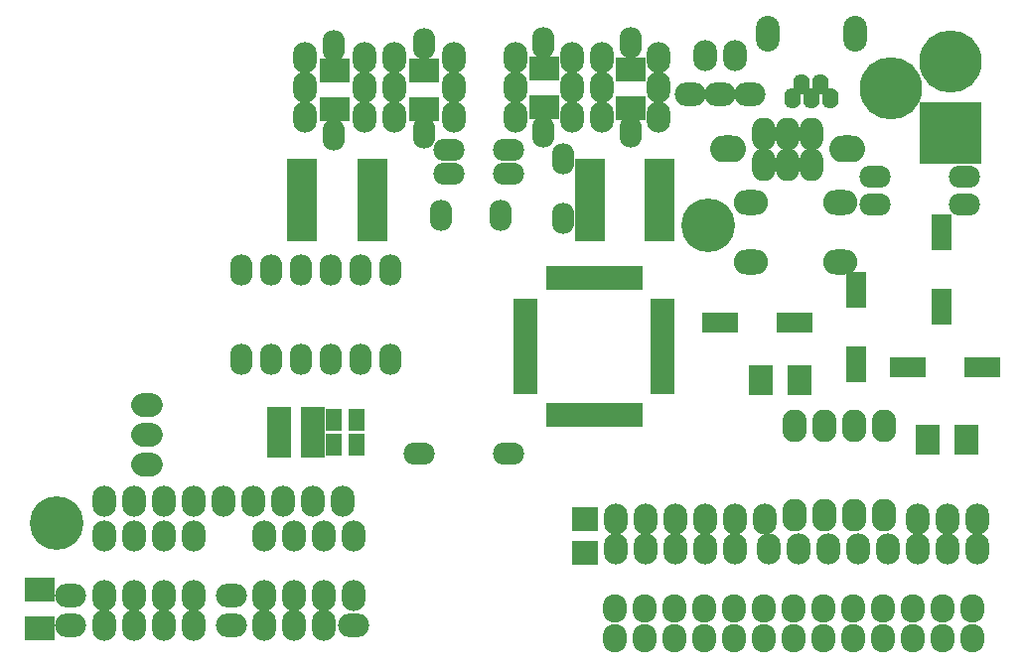
<source format=gts>
G04 (created by PCBNEW-RS274X (2012-01-19 BZR 3256)-stable) date 13/12/2555 19:20:38*
G01*
G70*
G90*
%MOIN*%
G04 Gerber Fmt 3.4, Leading zero omitted, Abs format*
%FSLAX34Y34*%
G04 APERTURE LIST*
%ADD10C,0.006000*%
%ADD11O,0.080000X0.105000*%
%ADD12C,0.209000*%
%ADD13R,0.209000X0.209000*%
%ADD14R,0.090900X0.082900*%
%ADD15O,0.075000X0.105000*%
%ADD16O,0.105000X0.080000*%
%ADD17O,0.115000X0.084000*%
%ADD18O,0.080000X0.110000*%
%ADD19O,0.120000X0.090000*%
%ADD20O,0.079100X0.120000*%
%ADD21O,0.055400X0.070000*%
%ADD22O,0.105000X0.075000*%
%ADD23R,0.082900X0.090900*%
%ADD24R,0.030000X0.080000*%
%ADD25R,0.080000X0.030000*%
%ADD26R,0.098700X0.039700*%
%ADD27C,0.080000*%
%ADD28O,0.080000X0.095000*%
%ADD29C,0.180000*%
%ADD30O,0.082000X0.110000*%
%ADD31R,0.100000X0.080000*%
%ADD32R,0.080000X0.100000*%
%ADD33R,0.055000X0.075000*%
%ADD34R,0.067200X0.118400*%
%ADD35R,0.118400X0.067200*%
G04 APERTURE END LIST*
G54D10*
G54D11*
X68100Y-46186D03*
X67100Y-46186D03*
X66100Y-46186D03*
X65100Y-46186D03*
G54D12*
X71218Y-29796D03*
G54D13*
X71218Y-32196D03*
G54D12*
X69218Y-30696D03*
G54D14*
X58955Y-45195D03*
X58955Y-46313D03*
G54D15*
X54113Y-34965D03*
X56113Y-34965D03*
G54D16*
X41678Y-48737D03*
X41678Y-47737D03*
G54D17*
X67501Y-34540D03*
X67501Y-36540D03*
X64501Y-34540D03*
X64501Y-36540D03*
G54D18*
X66549Y-32246D03*
X66549Y-33266D03*
X65749Y-32246D03*
X65749Y-33266D03*
X64949Y-32246D03*
X64949Y-33266D03*
G54D19*
X63749Y-32756D03*
X67749Y-32756D03*
G54D11*
X48186Y-45737D03*
X49186Y-45737D03*
X50186Y-45737D03*
X51186Y-45737D03*
G54D16*
X47064Y-48745D03*
X47064Y-47745D03*
G54D20*
X65083Y-28867D03*
X67996Y-28867D03*
G54D21*
X66854Y-30580D03*
X66224Y-30580D03*
X66539Y-31052D03*
X65909Y-31052D03*
X67169Y-31052D03*
G54D22*
X71678Y-33682D03*
X68678Y-33682D03*
X54365Y-33565D03*
X56365Y-33565D03*
G54D23*
X49795Y-42670D03*
X48677Y-42670D03*
X49794Y-41836D03*
X48676Y-41836D03*
G54D22*
X68666Y-34599D03*
X71666Y-34599D03*
G54D24*
X59743Y-37071D03*
X59548Y-37071D03*
X59353Y-37071D03*
X59153Y-37071D03*
X58958Y-37071D03*
X58763Y-37071D03*
X58563Y-37071D03*
X58368Y-37071D03*
X58173Y-37071D03*
X57973Y-37071D03*
X57778Y-37071D03*
X59743Y-41671D03*
X59548Y-41671D03*
X59353Y-41671D03*
X59153Y-41671D03*
X58958Y-41671D03*
X58763Y-41671D03*
X58563Y-41671D03*
X58368Y-41671D03*
X58173Y-41671D03*
X57973Y-41671D03*
X57778Y-41671D03*
G54D25*
X61553Y-37896D03*
X61553Y-38091D03*
X61553Y-38291D03*
X61553Y-38486D03*
X61553Y-38681D03*
X61553Y-38881D03*
X61553Y-39076D03*
X61553Y-39271D03*
X61553Y-39471D03*
X61553Y-39666D03*
X61553Y-39861D03*
X56953Y-39861D03*
X56953Y-39666D03*
X56953Y-39471D03*
X56953Y-39271D03*
X56953Y-39076D03*
X56953Y-38881D03*
X56953Y-38681D03*
X56953Y-38486D03*
X56953Y-38291D03*
X56953Y-38091D03*
X56953Y-37896D03*
X56953Y-40061D03*
X56953Y-40256D03*
X56953Y-40451D03*
X56953Y-40651D03*
X56953Y-40846D03*
X61553Y-40846D03*
X61553Y-40651D03*
X61553Y-40451D03*
X61553Y-40256D03*
X61553Y-40061D03*
G54D24*
X59943Y-41671D03*
X60138Y-41671D03*
X60333Y-41671D03*
X60533Y-41671D03*
X60728Y-41671D03*
X59943Y-37071D03*
X60138Y-37071D03*
X60333Y-37071D03*
X60533Y-37071D03*
X60728Y-37071D03*
G54D11*
X59521Y-29693D03*
X59521Y-30693D03*
X59521Y-31693D03*
X58521Y-29693D03*
X58521Y-30693D03*
X58521Y-31693D03*
G54D16*
X64470Y-30910D03*
X63470Y-30910D03*
X62470Y-30910D03*
G54D22*
X56385Y-42985D03*
X53385Y-42985D03*
G54D11*
X63960Y-29600D03*
X62960Y-29600D03*
G54D15*
X52423Y-36816D03*
X47423Y-36816D03*
X47423Y-39808D03*
X52423Y-39808D03*
X51423Y-39808D03*
X50423Y-39808D03*
X49423Y-39808D03*
X48423Y-39808D03*
X51423Y-36816D03*
X50423Y-36816D03*
X49423Y-36816D03*
X48423Y-36816D03*
G54D11*
X42804Y-44564D03*
X43804Y-44564D03*
X44804Y-44564D03*
X45804Y-44564D03*
X46804Y-44564D03*
X47804Y-44564D03*
X48804Y-44564D03*
X49804Y-44564D03*
X50804Y-44564D03*
X49533Y-31693D03*
X49533Y-30693D03*
X49533Y-29693D03*
X54540Y-31690D03*
X54540Y-30690D03*
X54540Y-29690D03*
X56603Y-31682D03*
X56603Y-30682D03*
X56603Y-29682D03*
X61422Y-31686D03*
X61422Y-30686D03*
X61422Y-29686D03*
G54D26*
X59096Y-33284D03*
X59095Y-33678D03*
X59095Y-34071D03*
X59095Y-34465D03*
X59095Y-34859D03*
X59095Y-35253D03*
X59095Y-35646D03*
X61458Y-33284D03*
X61458Y-33678D03*
X61458Y-34071D03*
X61458Y-34465D03*
X61458Y-34859D03*
X61458Y-35253D03*
X61458Y-35646D03*
X49434Y-33284D03*
X49433Y-33678D03*
X49433Y-34071D03*
X49433Y-34465D03*
X49433Y-34859D03*
X49433Y-35253D03*
X49433Y-35646D03*
X51796Y-33284D03*
X51796Y-33678D03*
X51796Y-34071D03*
X51796Y-34465D03*
X51796Y-34859D03*
X51796Y-35253D03*
X51796Y-35646D03*
G54D27*
X44112Y-41361D02*
X44362Y-41361D01*
X44112Y-42361D02*
X44362Y-42361D01*
X44112Y-43361D02*
X44362Y-43361D01*
G54D15*
X58217Y-33068D03*
X58217Y-35068D03*
G54D22*
X54376Y-32767D03*
X56376Y-32767D03*
G54D11*
X52537Y-29693D03*
X52537Y-30693D03*
X52537Y-31693D03*
X51537Y-29690D03*
X51537Y-30690D03*
X51537Y-31690D03*
X59962Y-45186D03*
X60962Y-45186D03*
X61962Y-45186D03*
X62962Y-45186D03*
X63962Y-45186D03*
X64962Y-45186D03*
X59962Y-46186D03*
X60962Y-46186D03*
X61962Y-46186D03*
X62962Y-46186D03*
X63962Y-46186D03*
X51186Y-47737D03*
G54D16*
X51186Y-48737D03*
G54D11*
X50186Y-47737D03*
X50186Y-48737D03*
X49186Y-47737D03*
X49186Y-48737D03*
X48186Y-47737D03*
X48186Y-48737D03*
X42800Y-45737D03*
X43800Y-45737D03*
X44800Y-45737D03*
X45800Y-45737D03*
X45800Y-47737D03*
X45800Y-48737D03*
X44800Y-47737D03*
X44800Y-48737D03*
X43800Y-47737D03*
X43800Y-48737D03*
X42800Y-47737D03*
X42800Y-48737D03*
G54D28*
X59949Y-49169D03*
X60949Y-49169D03*
X60949Y-48169D03*
X61949Y-49169D03*
X61949Y-48169D03*
X62949Y-48169D03*
X63949Y-49169D03*
X63949Y-48169D03*
X64949Y-49169D03*
X64949Y-48169D03*
X65949Y-48169D03*
X66949Y-49169D03*
X66949Y-48169D03*
X68949Y-48169D03*
X69949Y-48169D03*
X70949Y-48169D03*
X71949Y-48169D03*
X71949Y-48169D03*
X71949Y-49169D03*
X70949Y-48169D03*
X70949Y-49169D03*
X69949Y-48169D03*
X69949Y-49169D03*
X68949Y-48169D03*
X68949Y-49169D03*
X67949Y-48169D03*
X67949Y-49169D03*
X66949Y-48169D03*
X66949Y-49169D03*
X65949Y-48169D03*
X65949Y-49169D03*
X64949Y-48169D03*
X64949Y-49169D03*
X63949Y-48169D03*
X63949Y-49169D03*
X62949Y-48169D03*
X62949Y-49169D03*
X61949Y-48169D03*
X61949Y-49169D03*
X60949Y-48169D03*
X60949Y-49169D03*
X59949Y-48169D03*
X59949Y-49169D03*
G54D29*
X63068Y-35308D03*
X41218Y-45308D03*
G54D30*
X65974Y-45056D03*
X66974Y-45056D03*
X67974Y-45056D03*
X68974Y-45056D03*
X68974Y-42056D03*
X67974Y-42056D03*
X66974Y-42056D03*
X65974Y-42056D03*
G54D15*
X60470Y-32182D03*
X60470Y-29182D03*
X57552Y-32170D03*
X57552Y-29170D03*
X53544Y-32217D03*
X53544Y-29217D03*
X50509Y-32268D03*
X50509Y-29268D03*
G54D31*
X60474Y-31375D03*
X60474Y-30075D03*
X57564Y-31340D03*
X57564Y-30040D03*
X53540Y-31418D03*
X53540Y-30118D03*
X50540Y-31403D03*
X50540Y-30103D03*
X40627Y-48855D03*
X40627Y-47555D03*
G54D32*
X70442Y-42520D03*
X71742Y-42520D03*
X66135Y-40516D03*
X64835Y-40516D03*
G54D33*
X51266Y-42670D03*
X50516Y-42670D03*
X51266Y-41836D03*
X50516Y-41836D03*
G54D11*
X72100Y-45186D03*
X71100Y-45186D03*
X70100Y-45186D03*
G54D34*
X68029Y-37491D03*
X68029Y-39991D03*
X70918Y-35550D03*
X70918Y-38050D03*
G54D35*
X65968Y-38564D03*
X63468Y-38564D03*
X72279Y-40079D03*
X69779Y-40079D03*
G54D11*
X72097Y-46191D03*
X71097Y-46191D03*
X70097Y-46191D03*
X69097Y-46191D03*
M02*

</source>
